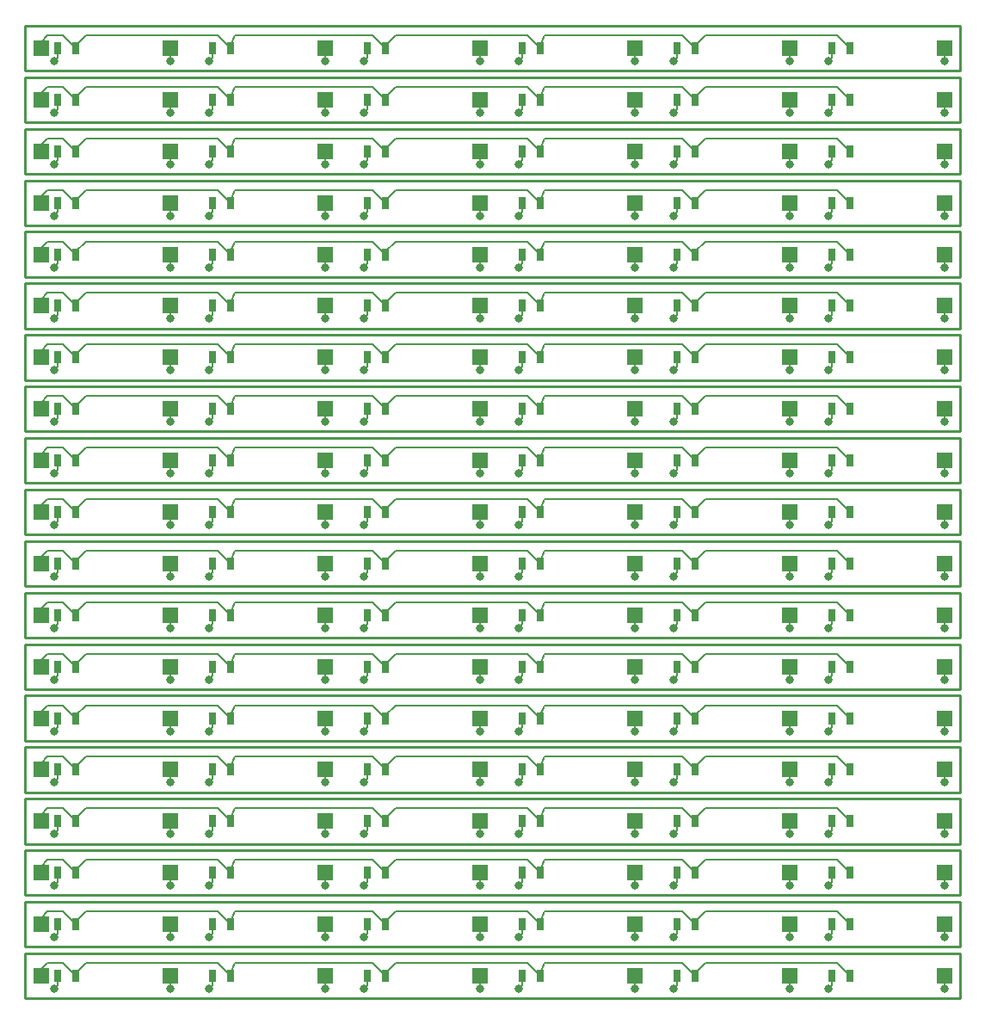
<source format=gbl>
G75*
G70*
%OFA0B0*%
%FSLAX25Y25*%
%IPPOS*%
%LPD*%
%AMOC8*
5,1,8,0,0,1.08239X$1,22.5*
%
%ADD11C,0.01000*%
%ADD14C,0.03170*%
%ADD15C,0.00600*%
%ADD17R,0.03150X0.04720*%
%ADD21R,0.05910X0.05910*%
X0010000Y0010000D02*
G75*
%LPD*%
D11*
X0010000Y0010000D02*
X0010000Y0027460D01*
X0372500Y0027460D01*
X0372500Y0010000D01*
X0010000Y0010000D01*
D17*
X0022710Y0018750D03*
X0029790Y0018750D03*
X0082710Y0018750D03*
X0089790Y0018750D03*
X0142710Y0018750D03*
X0149790Y0018750D03*
X0202710Y0018750D03*
X0209790Y0018750D03*
X0262710Y0018750D03*
X0269790Y0018750D03*
X0322710Y0018750D03*
X0329790Y0018750D03*
D21*
X0306250Y0018750D03*
X0246250Y0018750D03*
X0186250Y0018750D03*
X0126250Y0018750D03*
X0066250Y0018750D03*
X0016250Y0018750D03*
X0366250Y0018750D03*
D15*
X0366250Y0013750D01*
X0322710Y0015210D02*
X0321250Y0013750D01*
X0306250Y0013750D02*
X0306250Y0018750D01*
X0322710Y0018750D02*
X0322710Y0015210D01*
X0262710Y0015210D02*
X0261250Y0013750D01*
X0246250Y0013750D02*
X0246250Y0018750D01*
X0262710Y0018750D02*
X0262710Y0015210D01*
X0202710Y0015210D02*
X0201250Y0013750D01*
X0186250Y0013750D02*
X0186250Y0018750D01*
X0202710Y0018750D02*
X0202710Y0015210D01*
X0209790Y0018750D02*
X0209790Y0019790D01*
X0211250Y0023750D01*
X0264790Y0023750D01*
X0269790Y0018750D01*
X0269790Y0019790D01*
X0273750Y0023750D01*
X0324790Y0023750D01*
X0329790Y0018750D01*
X0209790Y0018750D02*
X0204790Y0023750D01*
X0153750Y0023750D01*
X0149790Y0019790D01*
X0149790Y0018750D01*
X0144790Y0023750D01*
X0091250Y0023750D01*
X0089790Y0019790D01*
X0089790Y0018750D01*
X0084790Y0023750D01*
X0033750Y0023750D01*
X0029790Y0019790D01*
X0029790Y0018750D01*
X0024790Y0023750D01*
X0018750Y0023750D01*
X0016250Y0021250D01*
X0016250Y0018750D01*
X0022710Y0018750D02*
X0022710Y0015210D01*
X0021250Y0013750D01*
X0066250Y0013750D02*
X0066250Y0018750D01*
X0082710Y0018750D02*
X0082710Y0015210D01*
X0081250Y0013750D01*
X0126250Y0013750D02*
X0126250Y0018750D01*
X0142710Y0018750D02*
X0142710Y0015210D01*
X0141250Y0013750D01*
D14*
X0141250Y0013750D03*
X0126250Y0013750D03*
X0081250Y0013750D03*
X0066250Y0013750D03*
X0021250Y0013750D03*
X0186250Y0013750D03*
X0201250Y0013750D03*
X0246250Y0013750D03*
X0261250Y0013750D03*
X0306250Y0013750D03*
X0321250Y0013750D03*
X0366250Y0013750D03*
X0010000Y0029960D02*
G75*
%LPD*%
D11*
X0010000Y0029960D02*
X0010000Y0047420D01*
X0372500Y0047420D01*
X0372500Y0029960D01*
X0010000Y0029960D01*
D17*
X0022710Y0038710D03*
X0029790Y0038710D03*
X0082710Y0038710D03*
X0089790Y0038710D03*
X0142710Y0038710D03*
X0149790Y0038710D03*
X0202710Y0038710D03*
X0209790Y0038710D03*
X0262710Y0038710D03*
X0269790Y0038710D03*
X0322710Y0038710D03*
X0329790Y0038710D03*
D21*
X0306250Y0038710D03*
X0246250Y0038710D03*
X0186250Y0038710D03*
X0126250Y0038710D03*
X0066250Y0038710D03*
X0016250Y0038710D03*
X0366250Y0038710D03*
D15*
X0366250Y0033710D01*
X0322710Y0035170D02*
X0321250Y0033710D01*
X0306250Y0033710D02*
X0306250Y0038710D01*
X0322710Y0038710D02*
X0322710Y0035170D01*
X0262710Y0035170D02*
X0261250Y0033710D01*
X0246250Y0033710D02*
X0246250Y0038710D01*
X0262710Y0038710D02*
X0262710Y0035170D01*
X0202710Y0035170D02*
X0201250Y0033710D01*
X0186250Y0033710D02*
X0186250Y0038710D01*
X0202710Y0038710D02*
X0202710Y0035170D01*
X0209790Y0038710D02*
X0209790Y0039750D01*
X0211250Y0043710D01*
X0264790Y0043710D01*
X0269790Y0038710D01*
X0269790Y0039750D01*
X0273750Y0043710D01*
X0324790Y0043710D01*
X0329790Y0038710D01*
X0209790Y0038710D02*
X0204790Y0043710D01*
X0153750Y0043710D01*
X0149790Y0039750D01*
X0149790Y0038710D01*
X0144790Y0043710D01*
X0091250Y0043710D01*
X0089790Y0039750D01*
X0089790Y0038710D01*
X0084790Y0043710D01*
X0033750Y0043710D01*
X0029790Y0039750D01*
X0029790Y0038710D01*
X0024790Y0043710D01*
X0018750Y0043710D01*
X0016250Y0041210D01*
X0016250Y0038710D01*
X0022710Y0038710D02*
X0022710Y0035170D01*
X0021250Y0033710D01*
X0066250Y0033710D02*
X0066250Y0038710D01*
X0082710Y0038710D02*
X0082710Y0035170D01*
X0081250Y0033710D01*
X0126250Y0033710D02*
X0126250Y0038710D01*
X0142710Y0038710D02*
X0142710Y0035170D01*
X0141250Y0033710D01*
D14*
X0141250Y0033710D03*
X0126250Y0033710D03*
X0081250Y0033710D03*
X0066250Y0033710D03*
X0021250Y0033710D03*
X0186250Y0033710D03*
X0201250Y0033710D03*
X0246250Y0033710D03*
X0261250Y0033710D03*
X0306250Y0033710D03*
X0321250Y0033710D03*
X0366250Y0033710D03*
X0010000Y0049920D02*
G75*
%LPD*%
D11*
X0010000Y0049920D02*
X0010000Y0067380D01*
X0372500Y0067380D01*
X0372500Y0049920D01*
X0010000Y0049920D01*
D17*
X0022710Y0058670D03*
X0029790Y0058670D03*
X0082710Y0058670D03*
X0089790Y0058670D03*
X0142710Y0058670D03*
X0149790Y0058670D03*
X0202710Y0058670D03*
X0209790Y0058670D03*
X0262710Y0058670D03*
X0269790Y0058670D03*
X0322710Y0058670D03*
X0329790Y0058670D03*
D21*
X0306250Y0058670D03*
X0246250Y0058670D03*
X0186250Y0058670D03*
X0126250Y0058670D03*
X0066250Y0058670D03*
X0016250Y0058670D03*
X0366250Y0058670D03*
D15*
X0366250Y0053670D01*
X0322710Y0055130D02*
X0321250Y0053670D01*
X0306250Y0053670D02*
X0306250Y0058670D01*
X0322710Y0058670D02*
X0322710Y0055130D01*
X0262710Y0055130D02*
X0261250Y0053670D01*
X0246250Y0053670D02*
X0246250Y0058670D01*
X0262710Y0058670D02*
X0262710Y0055130D01*
X0202710Y0055130D02*
X0201250Y0053670D01*
X0186250Y0053670D02*
X0186250Y0058670D01*
X0202710Y0058670D02*
X0202710Y0055130D01*
X0209790Y0058670D02*
X0209790Y0059710D01*
X0211250Y0063670D01*
X0264790Y0063670D01*
X0269790Y0058670D01*
X0269790Y0059710D01*
X0273750Y0063670D01*
X0324790Y0063670D01*
X0329790Y0058670D01*
X0209790Y0058670D02*
X0204790Y0063670D01*
X0153750Y0063670D01*
X0149790Y0059710D01*
X0149790Y0058670D01*
X0144790Y0063670D01*
X0091250Y0063670D01*
X0089790Y0059710D01*
X0089790Y0058670D01*
X0084790Y0063670D01*
X0033750Y0063670D01*
X0029790Y0059710D01*
X0029790Y0058670D01*
X0024790Y0063670D01*
X0018750Y0063670D01*
X0016250Y0061170D01*
X0016250Y0058670D01*
X0022710Y0058670D02*
X0022710Y0055130D01*
X0021250Y0053670D01*
X0066250Y0053670D02*
X0066250Y0058670D01*
X0082710Y0058670D02*
X0082710Y0055130D01*
X0081250Y0053670D01*
X0126250Y0053670D02*
X0126250Y0058670D01*
X0142710Y0058670D02*
X0142710Y0055130D01*
X0141250Y0053670D01*
D14*
X0141250Y0053670D03*
X0126250Y0053670D03*
X0081250Y0053670D03*
X0066250Y0053670D03*
X0021250Y0053670D03*
X0186250Y0053670D03*
X0201250Y0053670D03*
X0246250Y0053670D03*
X0261250Y0053670D03*
X0306250Y0053670D03*
X0321250Y0053670D03*
X0366250Y0053670D03*
X0010000Y0069880D02*
G75*
%LPD*%
D11*
X0010000Y0069880D02*
X0010000Y0087340D01*
X0372500Y0087340D01*
X0372500Y0069880D01*
X0010000Y0069880D01*
D17*
X0022710Y0078630D03*
X0029790Y0078630D03*
X0082710Y0078630D03*
X0089790Y0078630D03*
X0142710Y0078630D03*
X0149790Y0078630D03*
X0202710Y0078630D03*
X0209790Y0078630D03*
X0262710Y0078630D03*
X0269790Y0078630D03*
X0322710Y0078630D03*
X0329790Y0078630D03*
D21*
X0306250Y0078630D03*
X0246250Y0078630D03*
X0186250Y0078630D03*
X0126250Y0078630D03*
X0066250Y0078630D03*
X0016250Y0078630D03*
X0366250Y0078630D03*
D15*
X0366250Y0073630D01*
X0322710Y0075090D02*
X0321250Y0073630D01*
X0306250Y0073630D02*
X0306250Y0078630D01*
X0322710Y0078630D02*
X0322710Y0075090D01*
X0262710Y0075090D02*
X0261250Y0073630D01*
X0246250Y0073630D02*
X0246250Y0078630D01*
X0262710Y0078630D02*
X0262710Y0075090D01*
X0202710Y0075090D02*
X0201250Y0073630D01*
X0186250Y0073630D02*
X0186250Y0078630D01*
X0202710Y0078630D02*
X0202710Y0075090D01*
X0209790Y0078630D02*
X0209790Y0079670D01*
X0211250Y0083630D01*
X0264790Y0083630D01*
X0269790Y0078630D01*
X0269790Y0079670D01*
X0273750Y0083630D01*
X0324790Y0083630D01*
X0329790Y0078630D01*
X0209790Y0078630D02*
X0204790Y0083630D01*
X0153750Y0083630D01*
X0149790Y0079670D01*
X0149790Y0078630D01*
X0144790Y0083630D01*
X0091250Y0083630D01*
X0089790Y0079670D01*
X0089790Y0078630D01*
X0084790Y0083630D01*
X0033750Y0083630D01*
X0029790Y0079670D01*
X0029790Y0078630D01*
X0024790Y0083630D01*
X0018750Y0083630D01*
X0016250Y0081130D01*
X0016250Y0078630D01*
X0022710Y0078630D02*
X0022710Y0075090D01*
X0021250Y0073630D01*
X0066250Y0073630D02*
X0066250Y0078630D01*
X0082710Y0078630D02*
X0082710Y0075090D01*
X0081250Y0073630D01*
X0126250Y0073630D02*
X0126250Y0078630D01*
X0142710Y0078630D02*
X0142710Y0075090D01*
X0141250Y0073630D01*
D14*
X0141250Y0073630D03*
X0126250Y0073630D03*
X0081250Y0073630D03*
X0066250Y0073630D03*
X0021250Y0073630D03*
X0186250Y0073630D03*
X0201250Y0073630D03*
X0246250Y0073630D03*
X0261250Y0073630D03*
X0306250Y0073630D03*
X0321250Y0073630D03*
X0366250Y0073630D03*
X0010000Y0089840D02*
G75*
%LPD*%
D11*
X0010000Y0089840D02*
X0010000Y0107300D01*
X0372500Y0107300D01*
X0372500Y0089840D01*
X0010000Y0089840D01*
D17*
X0022710Y0098590D03*
X0029790Y0098590D03*
X0082710Y0098590D03*
X0089790Y0098590D03*
X0142710Y0098590D03*
X0149790Y0098590D03*
X0202710Y0098590D03*
X0209790Y0098590D03*
X0262710Y0098590D03*
X0269790Y0098590D03*
X0322710Y0098590D03*
X0329790Y0098590D03*
D21*
X0306250Y0098590D03*
X0246250Y0098590D03*
X0186250Y0098590D03*
X0126250Y0098590D03*
X0066250Y0098590D03*
X0016250Y0098590D03*
X0366250Y0098590D03*
D15*
X0366250Y0093590D01*
X0322710Y0095050D02*
X0321250Y0093590D01*
X0306250Y0093590D02*
X0306250Y0098590D01*
X0322710Y0098590D02*
X0322710Y0095050D01*
X0262710Y0095050D02*
X0261250Y0093590D01*
X0246250Y0093590D02*
X0246250Y0098590D01*
X0262710Y0098590D02*
X0262710Y0095050D01*
X0202710Y0095050D02*
X0201250Y0093590D01*
X0186250Y0093590D02*
X0186250Y0098590D01*
X0202710Y0098590D02*
X0202710Y0095050D01*
X0209790Y0098590D02*
X0209790Y0099630D01*
X0211250Y0103590D01*
X0264790Y0103590D01*
X0269790Y0098590D01*
X0269790Y0099630D01*
X0273750Y0103590D01*
X0324790Y0103590D01*
X0329790Y0098590D01*
X0209790Y0098590D02*
X0204790Y0103590D01*
X0153750Y0103590D01*
X0149790Y0099630D01*
X0149790Y0098590D01*
X0144790Y0103590D01*
X0091250Y0103590D01*
X0089790Y0099630D01*
X0089790Y0098590D01*
X0084790Y0103590D01*
X0033750Y0103590D01*
X0029790Y0099630D01*
X0029790Y0098590D01*
X0024790Y0103590D01*
X0018750Y0103590D01*
X0016250Y0101090D01*
X0016250Y0098590D01*
X0022710Y0098590D02*
X0022710Y0095050D01*
X0021250Y0093590D01*
X0066250Y0093590D02*
X0066250Y0098590D01*
X0082710Y0098590D02*
X0082710Y0095050D01*
X0081250Y0093590D01*
X0126250Y0093590D02*
X0126250Y0098590D01*
X0142710Y0098590D02*
X0142710Y0095050D01*
X0141250Y0093590D01*
D14*
X0141250Y0093590D03*
X0126250Y0093590D03*
X0081250Y0093590D03*
X0066250Y0093590D03*
X0021250Y0093590D03*
X0186250Y0093590D03*
X0201250Y0093590D03*
X0246250Y0093590D03*
X0261250Y0093590D03*
X0306250Y0093590D03*
X0321250Y0093590D03*
X0366250Y0093590D03*
X0010000Y0109800D02*
G75*
%LPD*%
D11*
X0010000Y0109800D02*
X0010000Y0127260D01*
X0372500Y0127260D01*
X0372500Y0109800D01*
X0010000Y0109800D01*
D17*
X0022710Y0118550D03*
X0029790Y0118550D03*
X0082710Y0118550D03*
X0089790Y0118550D03*
X0142710Y0118550D03*
X0149790Y0118550D03*
X0202710Y0118550D03*
X0209790Y0118550D03*
X0262710Y0118550D03*
X0269790Y0118550D03*
X0322710Y0118550D03*
X0329790Y0118550D03*
D21*
X0306250Y0118550D03*
X0246250Y0118550D03*
X0186250Y0118550D03*
X0126250Y0118550D03*
X0066250Y0118550D03*
X0016250Y0118550D03*
X0366250Y0118550D03*
D15*
X0366250Y0113550D01*
X0322710Y0115010D02*
X0321250Y0113550D01*
X0306250Y0113550D02*
X0306250Y0118550D01*
X0322710Y0118550D02*
X0322710Y0115010D01*
X0262710Y0115010D02*
X0261250Y0113550D01*
X0246250Y0113550D02*
X0246250Y0118550D01*
X0262710Y0118550D02*
X0262710Y0115010D01*
X0202710Y0115010D02*
X0201250Y0113550D01*
X0186250Y0113550D02*
X0186250Y0118550D01*
X0202710Y0118550D02*
X0202710Y0115010D01*
X0209790Y0118550D02*
X0209790Y0119590D01*
X0211250Y0123550D01*
X0264790Y0123550D01*
X0269790Y0118550D01*
X0269790Y0119590D01*
X0273750Y0123550D01*
X0324790Y0123550D01*
X0329790Y0118550D01*
X0209790Y0118550D02*
X0204790Y0123550D01*
X0153750Y0123550D01*
X0149790Y0119590D01*
X0149790Y0118550D01*
X0144790Y0123550D01*
X0091250Y0123550D01*
X0089790Y0119590D01*
X0089790Y0118550D01*
X0084790Y0123550D01*
X0033750Y0123550D01*
X0029790Y0119590D01*
X0029790Y0118550D01*
X0024790Y0123550D01*
X0018750Y0123550D01*
X0016250Y0121050D01*
X0016250Y0118550D01*
X0022710Y0118550D02*
X0022710Y0115010D01*
X0021250Y0113550D01*
X0066250Y0113550D02*
X0066250Y0118550D01*
X0082710Y0118550D02*
X0082710Y0115010D01*
X0081250Y0113550D01*
X0126250Y0113550D02*
X0126250Y0118550D01*
X0142710Y0118550D02*
X0142710Y0115010D01*
X0141250Y0113550D01*
D14*
X0141250Y0113550D03*
X0126250Y0113550D03*
X0081250Y0113550D03*
X0066250Y0113550D03*
X0021250Y0113550D03*
X0186250Y0113550D03*
X0201250Y0113550D03*
X0246250Y0113550D03*
X0261250Y0113550D03*
X0306250Y0113550D03*
X0321250Y0113550D03*
X0366250Y0113550D03*
X0010000Y0129760D02*
G75*
%LPD*%
D11*
X0010000Y0129760D02*
X0010000Y0147220D01*
X0372500Y0147220D01*
X0372500Y0129760D01*
X0010000Y0129760D01*
D17*
X0022710Y0138510D03*
X0029790Y0138510D03*
X0082710Y0138510D03*
X0089790Y0138510D03*
X0142710Y0138510D03*
X0149790Y0138510D03*
X0202710Y0138510D03*
X0209790Y0138510D03*
X0262710Y0138510D03*
X0269790Y0138510D03*
X0322710Y0138510D03*
X0329790Y0138510D03*
D21*
X0306250Y0138510D03*
X0246250Y0138510D03*
X0186250Y0138510D03*
X0126250Y0138510D03*
X0066250Y0138510D03*
X0016250Y0138510D03*
X0366250Y0138510D03*
D15*
X0366250Y0133510D01*
X0322710Y0134970D02*
X0321250Y0133510D01*
X0306250Y0133510D02*
X0306250Y0138510D01*
X0322710Y0138510D02*
X0322710Y0134970D01*
X0262710Y0134970D02*
X0261250Y0133510D01*
X0246250Y0133510D02*
X0246250Y0138510D01*
X0262710Y0138510D02*
X0262710Y0134970D01*
X0202710Y0134970D02*
X0201250Y0133510D01*
X0186250Y0133510D02*
X0186250Y0138510D01*
X0202710Y0138510D02*
X0202710Y0134970D01*
X0209790Y0138510D02*
X0209790Y0139550D01*
X0211250Y0143510D01*
X0264790Y0143510D01*
X0269790Y0138510D01*
X0269790Y0139550D01*
X0273750Y0143510D01*
X0324790Y0143510D01*
X0329790Y0138510D01*
X0209790Y0138510D02*
X0204790Y0143510D01*
X0153750Y0143510D01*
X0149790Y0139550D01*
X0149790Y0138510D01*
X0144790Y0143510D01*
X0091250Y0143510D01*
X0089790Y0139550D01*
X0089790Y0138510D01*
X0084790Y0143510D01*
X0033750Y0143510D01*
X0029790Y0139550D01*
X0029790Y0138510D01*
X0024790Y0143510D01*
X0018750Y0143510D01*
X0016250Y0141010D01*
X0016250Y0138510D01*
X0022710Y0138510D02*
X0022710Y0134970D01*
X0021250Y0133510D01*
X0066250Y0133510D02*
X0066250Y0138510D01*
X0082710Y0138510D02*
X0082710Y0134970D01*
X0081250Y0133510D01*
X0126250Y0133510D02*
X0126250Y0138510D01*
X0142710Y0138510D02*
X0142710Y0134970D01*
X0141250Y0133510D01*
D14*
X0141250Y0133510D03*
X0126250Y0133510D03*
X0081250Y0133510D03*
X0066250Y0133510D03*
X0021250Y0133510D03*
X0186250Y0133510D03*
X0201250Y0133510D03*
X0246250Y0133510D03*
X0261250Y0133510D03*
X0306250Y0133510D03*
X0321250Y0133510D03*
X0366250Y0133510D03*
X0010000Y0149720D02*
G75*
%LPD*%
D11*
X0010000Y0149720D02*
X0010000Y0167180D01*
X0372500Y0167180D01*
X0372500Y0149720D01*
X0010000Y0149720D01*
D17*
X0022710Y0158470D03*
X0029790Y0158470D03*
X0082710Y0158470D03*
X0089790Y0158470D03*
X0142710Y0158470D03*
X0149790Y0158470D03*
X0202710Y0158470D03*
X0209790Y0158470D03*
X0262710Y0158470D03*
X0269790Y0158470D03*
X0322710Y0158470D03*
X0329790Y0158470D03*
D21*
X0306250Y0158470D03*
X0246250Y0158470D03*
X0186250Y0158470D03*
X0126250Y0158470D03*
X0066250Y0158470D03*
X0016250Y0158470D03*
X0366250Y0158470D03*
D15*
X0366250Y0153470D01*
X0322710Y0154930D02*
X0321250Y0153470D01*
X0306250Y0153470D02*
X0306250Y0158470D01*
X0322710Y0158470D02*
X0322710Y0154930D01*
X0262710Y0154930D02*
X0261250Y0153470D01*
X0246250Y0153470D02*
X0246250Y0158470D01*
X0262710Y0158470D02*
X0262710Y0154930D01*
X0202710Y0154930D02*
X0201250Y0153470D01*
X0186250Y0153470D02*
X0186250Y0158470D01*
X0202710Y0158470D02*
X0202710Y0154930D01*
X0209790Y0158470D02*
X0209790Y0159510D01*
X0211250Y0163470D01*
X0264790Y0163470D01*
X0269790Y0158470D01*
X0269790Y0159510D01*
X0273750Y0163470D01*
X0324790Y0163470D01*
X0329790Y0158470D01*
X0209790Y0158470D02*
X0204790Y0163470D01*
X0153750Y0163470D01*
X0149790Y0159510D01*
X0149790Y0158470D01*
X0144790Y0163470D01*
X0091250Y0163470D01*
X0089790Y0159510D01*
X0089790Y0158470D01*
X0084790Y0163470D01*
X0033750Y0163470D01*
X0029790Y0159510D01*
X0029790Y0158470D01*
X0024790Y0163470D01*
X0018750Y0163470D01*
X0016250Y0160970D01*
X0016250Y0158470D01*
X0022710Y0158470D02*
X0022710Y0154930D01*
X0021250Y0153470D01*
X0066250Y0153470D02*
X0066250Y0158470D01*
X0082710Y0158470D02*
X0082710Y0154930D01*
X0081250Y0153470D01*
X0126250Y0153470D02*
X0126250Y0158470D01*
X0142710Y0158470D02*
X0142710Y0154930D01*
X0141250Y0153470D01*
D14*
X0141250Y0153470D03*
X0126250Y0153470D03*
X0081250Y0153470D03*
X0066250Y0153470D03*
X0021250Y0153470D03*
X0186250Y0153470D03*
X0201250Y0153470D03*
X0246250Y0153470D03*
X0261250Y0153470D03*
X0306250Y0153470D03*
X0321250Y0153470D03*
X0366250Y0153470D03*
X0010000Y0169680D02*
G75*
%LPD*%
D11*
X0010000Y0169680D02*
X0010000Y0187140D01*
X0372500Y0187140D01*
X0372500Y0169680D01*
X0010000Y0169680D01*
D17*
X0022710Y0178430D03*
X0029790Y0178430D03*
X0082710Y0178430D03*
X0089790Y0178430D03*
X0142710Y0178430D03*
X0149790Y0178430D03*
X0202710Y0178430D03*
X0209790Y0178430D03*
X0262710Y0178430D03*
X0269790Y0178430D03*
X0322710Y0178430D03*
X0329790Y0178430D03*
D21*
X0306250Y0178430D03*
X0246250Y0178430D03*
X0186250Y0178430D03*
X0126250Y0178430D03*
X0066250Y0178430D03*
X0016250Y0178430D03*
X0366250Y0178430D03*
D15*
X0366250Y0173430D01*
X0322710Y0174890D02*
X0321250Y0173430D01*
X0306250Y0173430D02*
X0306250Y0178430D01*
X0322710Y0178430D02*
X0322710Y0174890D01*
X0262710Y0174890D02*
X0261250Y0173430D01*
X0246250Y0173430D02*
X0246250Y0178430D01*
X0262710Y0178430D02*
X0262710Y0174890D01*
X0202710Y0174890D02*
X0201250Y0173430D01*
X0186250Y0173430D02*
X0186250Y0178430D01*
X0202710Y0178430D02*
X0202710Y0174890D01*
X0209790Y0178430D02*
X0209790Y0179470D01*
X0211250Y0183430D01*
X0264790Y0183430D01*
X0269790Y0178430D01*
X0269790Y0179470D01*
X0273750Y0183430D01*
X0324790Y0183430D01*
X0329790Y0178430D01*
X0209790Y0178430D02*
X0204790Y0183430D01*
X0153750Y0183430D01*
X0149790Y0179470D01*
X0149790Y0178430D01*
X0144790Y0183430D01*
X0091250Y0183430D01*
X0089790Y0179470D01*
X0089790Y0178430D01*
X0084790Y0183430D01*
X0033750Y0183430D01*
X0029790Y0179470D01*
X0029790Y0178430D01*
X0024790Y0183430D01*
X0018750Y0183430D01*
X0016250Y0180930D01*
X0016250Y0178430D01*
X0022710Y0178430D02*
X0022710Y0174890D01*
X0021250Y0173430D01*
X0066250Y0173430D02*
X0066250Y0178430D01*
X0082710Y0178430D02*
X0082710Y0174890D01*
X0081250Y0173430D01*
X0126250Y0173430D02*
X0126250Y0178430D01*
X0142710Y0178430D02*
X0142710Y0174890D01*
X0141250Y0173430D01*
D14*
X0141250Y0173430D03*
X0126250Y0173430D03*
X0081250Y0173430D03*
X0066250Y0173430D03*
X0021250Y0173430D03*
X0186250Y0173430D03*
X0201250Y0173430D03*
X0246250Y0173430D03*
X0261250Y0173430D03*
X0306250Y0173430D03*
X0321250Y0173430D03*
X0366250Y0173430D03*
X0010000Y0189640D02*
G75*
%LPD*%
D11*
X0010000Y0189640D02*
X0010000Y0207100D01*
X0372500Y0207100D01*
X0372500Y0189640D01*
X0010000Y0189640D01*
D17*
X0022710Y0198390D03*
X0029790Y0198390D03*
X0082710Y0198390D03*
X0089790Y0198390D03*
X0142710Y0198390D03*
X0149790Y0198390D03*
X0202710Y0198390D03*
X0209790Y0198390D03*
X0262710Y0198390D03*
X0269790Y0198390D03*
X0322710Y0198390D03*
X0329790Y0198390D03*
D21*
X0306250Y0198390D03*
X0246250Y0198390D03*
X0186250Y0198390D03*
X0126250Y0198390D03*
X0066250Y0198390D03*
X0016250Y0198390D03*
X0366250Y0198390D03*
D15*
X0366250Y0193390D01*
X0322710Y0194850D02*
X0321250Y0193390D01*
X0306250Y0193390D02*
X0306250Y0198390D01*
X0322710Y0198390D02*
X0322710Y0194850D01*
X0262710Y0194850D02*
X0261250Y0193390D01*
X0246250Y0193390D02*
X0246250Y0198390D01*
X0262710Y0198390D02*
X0262710Y0194850D01*
X0202710Y0194850D02*
X0201250Y0193390D01*
X0186250Y0193390D02*
X0186250Y0198390D01*
X0202710Y0198390D02*
X0202710Y0194850D01*
X0209790Y0198390D02*
X0209790Y0199430D01*
X0211250Y0203390D01*
X0264790Y0203390D01*
X0269790Y0198390D01*
X0269790Y0199430D01*
X0273750Y0203390D01*
X0324790Y0203390D01*
X0329790Y0198390D01*
X0209790Y0198390D02*
X0204790Y0203390D01*
X0153750Y0203390D01*
X0149790Y0199430D01*
X0149790Y0198390D01*
X0144790Y0203390D01*
X0091250Y0203390D01*
X0089790Y0199430D01*
X0089790Y0198390D01*
X0084790Y0203390D01*
X0033750Y0203390D01*
X0029790Y0199430D01*
X0029790Y0198390D01*
X0024790Y0203390D01*
X0018750Y0203390D01*
X0016250Y0200890D01*
X0016250Y0198390D01*
X0022710Y0198390D02*
X0022710Y0194850D01*
X0021250Y0193390D01*
X0066250Y0193390D02*
X0066250Y0198390D01*
X0082710Y0198390D02*
X0082710Y0194850D01*
X0081250Y0193390D01*
X0126250Y0193390D02*
X0126250Y0198390D01*
X0142710Y0198390D02*
X0142710Y0194850D01*
X0141250Y0193390D01*
D14*
X0141250Y0193390D03*
X0126250Y0193390D03*
X0081250Y0193390D03*
X0066250Y0193390D03*
X0021250Y0193390D03*
X0186250Y0193390D03*
X0201250Y0193390D03*
X0246250Y0193390D03*
X0261250Y0193390D03*
X0306250Y0193390D03*
X0321250Y0193390D03*
X0366250Y0193390D03*
X0010000Y0209600D02*
G75*
%LPD*%
D11*
X0010000Y0209600D02*
X0010000Y0227060D01*
X0372500Y0227060D01*
X0372500Y0209600D01*
X0010000Y0209600D01*
D17*
X0022710Y0218350D03*
X0029790Y0218350D03*
X0082710Y0218350D03*
X0089790Y0218350D03*
X0142710Y0218350D03*
X0149790Y0218350D03*
X0202710Y0218350D03*
X0209790Y0218350D03*
X0262710Y0218350D03*
X0269790Y0218350D03*
X0322710Y0218350D03*
X0329790Y0218350D03*
D21*
X0306250Y0218350D03*
X0246250Y0218350D03*
X0186250Y0218350D03*
X0126250Y0218350D03*
X0066250Y0218350D03*
X0016250Y0218350D03*
X0366250Y0218350D03*
D15*
X0366250Y0213350D01*
X0322710Y0214810D02*
X0321250Y0213350D01*
X0306250Y0213350D02*
X0306250Y0218350D01*
X0322710Y0218350D02*
X0322710Y0214810D01*
X0262710Y0214810D02*
X0261250Y0213350D01*
X0246250Y0213350D02*
X0246250Y0218350D01*
X0262710Y0218350D02*
X0262710Y0214810D01*
X0202710Y0214810D02*
X0201250Y0213350D01*
X0186250Y0213350D02*
X0186250Y0218350D01*
X0202710Y0218350D02*
X0202710Y0214810D01*
X0209790Y0218350D02*
X0209790Y0219390D01*
X0211250Y0223350D01*
X0264790Y0223350D01*
X0269790Y0218350D01*
X0269790Y0219390D01*
X0273750Y0223350D01*
X0324790Y0223350D01*
X0329790Y0218350D01*
X0209790Y0218350D02*
X0204790Y0223350D01*
X0153750Y0223350D01*
X0149790Y0219390D01*
X0149790Y0218350D01*
X0144790Y0223350D01*
X0091250Y0223350D01*
X0089790Y0219390D01*
X0089790Y0218350D01*
X0084790Y0223350D01*
X0033750Y0223350D01*
X0029790Y0219390D01*
X0029790Y0218350D01*
X0024790Y0223350D01*
X0018750Y0223350D01*
X0016250Y0220850D01*
X0016250Y0218350D01*
X0022710Y0218350D02*
X0022710Y0214810D01*
X0021250Y0213350D01*
X0066250Y0213350D02*
X0066250Y0218350D01*
X0082710Y0218350D02*
X0082710Y0214810D01*
X0081250Y0213350D01*
X0126250Y0213350D02*
X0126250Y0218350D01*
X0142710Y0218350D02*
X0142710Y0214810D01*
X0141250Y0213350D01*
D14*
X0141250Y0213350D03*
X0126250Y0213350D03*
X0081250Y0213350D03*
X0066250Y0213350D03*
X0021250Y0213350D03*
X0186250Y0213350D03*
X0201250Y0213350D03*
X0246250Y0213350D03*
X0261250Y0213350D03*
X0306250Y0213350D03*
X0321250Y0213350D03*
X0366250Y0213350D03*
X0010000Y0229560D02*
G75*
%LPD*%
D11*
X0010000Y0229560D02*
X0010000Y0247020D01*
X0372500Y0247020D01*
X0372500Y0229560D01*
X0010000Y0229560D01*
D17*
X0022710Y0238310D03*
X0029790Y0238310D03*
X0082710Y0238310D03*
X0089790Y0238310D03*
X0142710Y0238310D03*
X0149790Y0238310D03*
X0202710Y0238310D03*
X0209790Y0238310D03*
X0262710Y0238310D03*
X0269790Y0238310D03*
X0322710Y0238310D03*
X0329790Y0238310D03*
D21*
X0306250Y0238310D03*
X0246250Y0238310D03*
X0186250Y0238310D03*
X0126250Y0238310D03*
X0066250Y0238310D03*
X0016250Y0238310D03*
X0366250Y0238310D03*
D15*
X0366250Y0233310D01*
X0322710Y0234770D02*
X0321250Y0233310D01*
X0306250Y0233310D02*
X0306250Y0238310D01*
X0322710Y0238310D02*
X0322710Y0234770D01*
X0262710Y0234770D02*
X0261250Y0233310D01*
X0246250Y0233310D02*
X0246250Y0238310D01*
X0262710Y0238310D02*
X0262710Y0234770D01*
X0202710Y0234770D02*
X0201250Y0233310D01*
X0186250Y0233310D02*
X0186250Y0238310D01*
X0202710Y0238310D02*
X0202710Y0234770D01*
X0209790Y0238310D02*
X0209790Y0239350D01*
X0211250Y0243310D01*
X0264790Y0243310D01*
X0269790Y0238310D01*
X0269790Y0239350D01*
X0273750Y0243310D01*
X0324790Y0243310D01*
X0329790Y0238310D01*
X0209790Y0238310D02*
X0204790Y0243310D01*
X0153750Y0243310D01*
X0149790Y0239350D01*
X0149790Y0238310D01*
X0144790Y0243310D01*
X0091250Y0243310D01*
X0089790Y0239350D01*
X0089790Y0238310D01*
X0084790Y0243310D01*
X0033750Y0243310D01*
X0029790Y0239350D01*
X0029790Y0238310D01*
X0024790Y0243310D01*
X0018750Y0243310D01*
X0016250Y0240810D01*
X0016250Y0238310D01*
X0022710Y0238310D02*
X0022710Y0234770D01*
X0021250Y0233310D01*
X0066250Y0233310D02*
X0066250Y0238310D01*
X0082710Y0238310D02*
X0082710Y0234770D01*
X0081250Y0233310D01*
X0126250Y0233310D02*
X0126250Y0238310D01*
X0142710Y0238310D02*
X0142710Y0234770D01*
X0141250Y0233310D01*
D14*
X0141250Y0233310D03*
X0126250Y0233310D03*
X0081250Y0233310D03*
X0066250Y0233310D03*
X0021250Y0233310D03*
X0186250Y0233310D03*
X0201250Y0233310D03*
X0246250Y0233310D03*
X0261250Y0233310D03*
X0306250Y0233310D03*
X0321250Y0233310D03*
X0366250Y0233310D03*
X0010000Y0249520D02*
G75*
%LPD*%
D11*
X0010000Y0249520D02*
X0010000Y0266980D01*
X0372500Y0266980D01*
X0372500Y0249520D01*
X0010000Y0249520D01*
D17*
X0022710Y0258270D03*
X0029790Y0258270D03*
X0082710Y0258270D03*
X0089790Y0258270D03*
X0142710Y0258270D03*
X0149790Y0258270D03*
X0202710Y0258270D03*
X0209790Y0258270D03*
X0262710Y0258270D03*
X0269790Y0258270D03*
X0322710Y0258270D03*
X0329790Y0258270D03*
D21*
X0306250Y0258270D03*
X0246250Y0258270D03*
X0186250Y0258270D03*
X0126250Y0258270D03*
X0066250Y0258270D03*
X0016250Y0258270D03*
X0366250Y0258270D03*
D15*
X0366250Y0253270D01*
X0322710Y0254730D02*
X0321250Y0253270D01*
X0306250Y0253270D02*
X0306250Y0258270D01*
X0322710Y0258270D02*
X0322710Y0254730D01*
X0262710Y0254730D02*
X0261250Y0253270D01*
X0246250Y0253270D02*
X0246250Y0258270D01*
X0262710Y0258270D02*
X0262710Y0254730D01*
X0202710Y0254730D02*
X0201250Y0253270D01*
X0186250Y0253270D02*
X0186250Y0258270D01*
X0202710Y0258270D02*
X0202710Y0254730D01*
X0209790Y0258270D02*
X0209790Y0259310D01*
X0211250Y0263270D01*
X0264790Y0263270D01*
X0269790Y0258270D01*
X0269790Y0259310D01*
X0273750Y0263270D01*
X0324790Y0263270D01*
X0329790Y0258270D01*
X0209790Y0258270D02*
X0204790Y0263270D01*
X0153750Y0263270D01*
X0149790Y0259310D01*
X0149790Y0258270D01*
X0144790Y0263270D01*
X0091250Y0263270D01*
X0089790Y0259310D01*
X0089790Y0258270D01*
X0084790Y0263270D01*
X0033750Y0263270D01*
X0029790Y0259310D01*
X0029790Y0258270D01*
X0024790Y0263270D01*
X0018750Y0263270D01*
X0016250Y0260770D01*
X0016250Y0258270D01*
X0022710Y0258270D02*
X0022710Y0254730D01*
X0021250Y0253270D01*
X0066250Y0253270D02*
X0066250Y0258270D01*
X0082710Y0258270D02*
X0082710Y0254730D01*
X0081250Y0253270D01*
X0126250Y0253270D02*
X0126250Y0258270D01*
X0142710Y0258270D02*
X0142710Y0254730D01*
X0141250Y0253270D01*
D14*
X0141250Y0253270D03*
X0126250Y0253270D03*
X0081250Y0253270D03*
X0066250Y0253270D03*
X0021250Y0253270D03*
X0186250Y0253270D03*
X0201250Y0253270D03*
X0246250Y0253270D03*
X0261250Y0253270D03*
X0306250Y0253270D03*
X0321250Y0253270D03*
X0366250Y0253270D03*
X0010000Y0269480D02*
G75*
%LPD*%
D11*
X0010000Y0269480D02*
X0010000Y0286940D01*
X0372500Y0286940D01*
X0372500Y0269480D01*
X0010000Y0269480D01*
D17*
X0022710Y0278230D03*
X0029790Y0278230D03*
X0082710Y0278230D03*
X0089790Y0278230D03*
X0142710Y0278230D03*
X0149790Y0278230D03*
X0202710Y0278230D03*
X0209790Y0278230D03*
X0262710Y0278230D03*
X0269790Y0278230D03*
X0322710Y0278230D03*
X0329790Y0278230D03*
D21*
X0306250Y0278230D03*
X0246250Y0278230D03*
X0186250Y0278230D03*
X0126250Y0278230D03*
X0066250Y0278230D03*
X0016250Y0278230D03*
X0366250Y0278230D03*
D15*
X0366250Y0273230D01*
X0322710Y0274690D02*
X0321250Y0273230D01*
X0306250Y0273230D02*
X0306250Y0278230D01*
X0322710Y0278230D02*
X0322710Y0274690D01*
X0262710Y0274690D02*
X0261250Y0273230D01*
X0246250Y0273230D02*
X0246250Y0278230D01*
X0262710Y0278230D02*
X0262710Y0274690D01*
X0202710Y0274690D02*
X0201250Y0273230D01*
X0186250Y0273230D02*
X0186250Y0278230D01*
X0202710Y0278230D02*
X0202710Y0274690D01*
X0209790Y0278230D02*
X0209790Y0279270D01*
X0211250Y0283230D01*
X0264790Y0283230D01*
X0269790Y0278230D01*
X0269790Y0279270D01*
X0273750Y0283230D01*
X0324790Y0283230D01*
X0329790Y0278230D01*
X0209790Y0278230D02*
X0204790Y0283230D01*
X0153750Y0283230D01*
X0149790Y0279270D01*
X0149790Y0278230D01*
X0144790Y0283230D01*
X0091250Y0283230D01*
X0089790Y0279270D01*
X0089790Y0278230D01*
X0084790Y0283230D01*
X0033750Y0283230D01*
X0029790Y0279270D01*
X0029790Y0278230D01*
X0024790Y0283230D01*
X0018750Y0283230D01*
X0016250Y0280730D01*
X0016250Y0278230D01*
X0022710Y0278230D02*
X0022710Y0274690D01*
X0021250Y0273230D01*
X0066250Y0273230D02*
X0066250Y0278230D01*
X0082710Y0278230D02*
X0082710Y0274690D01*
X0081250Y0273230D01*
X0126250Y0273230D02*
X0126250Y0278230D01*
X0142710Y0278230D02*
X0142710Y0274690D01*
X0141250Y0273230D01*
D14*
X0141250Y0273230D03*
X0126250Y0273230D03*
X0081250Y0273230D03*
X0066250Y0273230D03*
X0021250Y0273230D03*
X0186250Y0273230D03*
X0201250Y0273230D03*
X0246250Y0273230D03*
X0261250Y0273230D03*
X0306250Y0273230D03*
X0321250Y0273230D03*
X0366250Y0273230D03*
X0010000Y0289440D02*
G75*
%LPD*%
D11*
X0010000Y0289440D02*
X0010000Y0306900D01*
X0372500Y0306900D01*
X0372500Y0289440D01*
X0010000Y0289440D01*
D17*
X0022710Y0298190D03*
X0029790Y0298190D03*
X0082710Y0298190D03*
X0089790Y0298190D03*
X0142710Y0298190D03*
X0149790Y0298190D03*
X0202710Y0298190D03*
X0209790Y0298190D03*
X0262710Y0298190D03*
X0269790Y0298190D03*
X0322710Y0298190D03*
X0329790Y0298190D03*
D21*
X0306250Y0298190D03*
X0246250Y0298190D03*
X0186250Y0298190D03*
X0126250Y0298190D03*
X0066250Y0298190D03*
X0016250Y0298190D03*
X0366250Y0298190D03*
D15*
X0366250Y0293190D01*
X0322710Y0294650D02*
X0321250Y0293190D01*
X0306250Y0293190D02*
X0306250Y0298190D01*
X0322710Y0298190D02*
X0322710Y0294650D01*
X0262710Y0294650D02*
X0261250Y0293190D01*
X0246250Y0293190D02*
X0246250Y0298190D01*
X0262710Y0298190D02*
X0262710Y0294650D01*
X0202710Y0294650D02*
X0201250Y0293190D01*
X0186250Y0293190D02*
X0186250Y0298190D01*
X0202710Y0298190D02*
X0202710Y0294650D01*
X0209790Y0298190D02*
X0209790Y0299230D01*
X0211250Y0303190D01*
X0264790Y0303190D01*
X0269790Y0298190D01*
X0269790Y0299230D01*
X0273750Y0303190D01*
X0324790Y0303190D01*
X0329790Y0298190D01*
X0209790Y0298190D02*
X0204790Y0303190D01*
X0153750Y0303190D01*
X0149790Y0299230D01*
X0149790Y0298190D01*
X0144790Y0303190D01*
X0091250Y0303190D01*
X0089790Y0299230D01*
X0089790Y0298190D01*
X0084790Y0303190D01*
X0033750Y0303190D01*
X0029790Y0299230D01*
X0029790Y0298190D01*
X0024790Y0303190D01*
X0018750Y0303190D01*
X0016250Y0300690D01*
X0016250Y0298190D01*
X0022710Y0298190D02*
X0022710Y0294650D01*
X0021250Y0293190D01*
X0066250Y0293190D02*
X0066250Y0298190D01*
X0082710Y0298190D02*
X0082710Y0294650D01*
X0081250Y0293190D01*
X0126250Y0293190D02*
X0126250Y0298190D01*
X0142710Y0298190D02*
X0142710Y0294650D01*
X0141250Y0293190D01*
D14*
X0141250Y0293190D03*
X0126250Y0293190D03*
X0081250Y0293190D03*
X0066250Y0293190D03*
X0021250Y0293190D03*
X0186250Y0293190D03*
X0201250Y0293190D03*
X0246250Y0293190D03*
X0261250Y0293190D03*
X0306250Y0293190D03*
X0321250Y0293190D03*
X0366250Y0293190D03*
X0010000Y0309400D02*
G75*
%LPD*%
D11*
X0010000Y0309400D02*
X0010000Y0326860D01*
X0372500Y0326860D01*
X0372500Y0309400D01*
X0010000Y0309400D01*
D17*
X0022710Y0318150D03*
X0029790Y0318150D03*
X0082710Y0318150D03*
X0089790Y0318150D03*
X0142710Y0318150D03*
X0149790Y0318150D03*
X0202710Y0318150D03*
X0209790Y0318150D03*
X0262710Y0318150D03*
X0269790Y0318150D03*
X0322710Y0318150D03*
X0329790Y0318150D03*
D21*
X0306250Y0318150D03*
X0246250Y0318150D03*
X0186250Y0318150D03*
X0126250Y0318150D03*
X0066250Y0318150D03*
X0016250Y0318150D03*
X0366250Y0318150D03*
D15*
X0366250Y0313150D01*
X0322710Y0314610D02*
X0321250Y0313150D01*
X0306250Y0313150D02*
X0306250Y0318150D01*
X0322710Y0318150D02*
X0322710Y0314610D01*
X0262710Y0314610D02*
X0261250Y0313150D01*
X0246250Y0313150D02*
X0246250Y0318150D01*
X0262710Y0318150D02*
X0262710Y0314610D01*
X0202710Y0314610D02*
X0201250Y0313150D01*
X0186250Y0313150D02*
X0186250Y0318150D01*
X0202710Y0318150D02*
X0202710Y0314610D01*
X0209790Y0318150D02*
X0209790Y0319190D01*
X0211250Y0323150D01*
X0264790Y0323150D01*
X0269790Y0318150D01*
X0269790Y0319190D01*
X0273750Y0323150D01*
X0324790Y0323150D01*
X0329790Y0318150D01*
X0209790Y0318150D02*
X0204790Y0323150D01*
X0153750Y0323150D01*
X0149790Y0319190D01*
X0149790Y0318150D01*
X0144790Y0323150D01*
X0091250Y0323150D01*
X0089790Y0319190D01*
X0089790Y0318150D01*
X0084790Y0323150D01*
X0033750Y0323150D01*
X0029790Y0319190D01*
X0029790Y0318150D01*
X0024790Y0323150D01*
X0018750Y0323150D01*
X0016250Y0320650D01*
X0016250Y0318150D01*
X0022710Y0318150D02*
X0022710Y0314610D01*
X0021250Y0313150D01*
X0066250Y0313150D02*
X0066250Y0318150D01*
X0082710Y0318150D02*
X0082710Y0314610D01*
X0081250Y0313150D01*
X0126250Y0313150D02*
X0126250Y0318150D01*
X0142710Y0318150D02*
X0142710Y0314610D01*
X0141250Y0313150D01*
D14*
X0141250Y0313150D03*
X0126250Y0313150D03*
X0081250Y0313150D03*
X0066250Y0313150D03*
X0021250Y0313150D03*
X0186250Y0313150D03*
X0201250Y0313150D03*
X0246250Y0313150D03*
X0261250Y0313150D03*
X0306250Y0313150D03*
X0321250Y0313150D03*
X0366250Y0313150D03*
X0010000Y0329360D02*
G75*
%LPD*%
D11*
X0010000Y0329360D02*
X0010000Y0346820D01*
X0372500Y0346820D01*
X0372500Y0329360D01*
X0010000Y0329360D01*
D17*
X0022710Y0338110D03*
X0029790Y0338110D03*
X0082710Y0338110D03*
X0089790Y0338110D03*
X0142710Y0338110D03*
X0149790Y0338110D03*
X0202710Y0338110D03*
X0209790Y0338110D03*
X0262710Y0338110D03*
X0269790Y0338110D03*
X0322710Y0338110D03*
X0329790Y0338110D03*
D21*
X0306250Y0338110D03*
X0246250Y0338110D03*
X0186250Y0338110D03*
X0126250Y0338110D03*
X0066250Y0338110D03*
X0016250Y0338110D03*
X0366250Y0338110D03*
D15*
X0366250Y0333110D01*
X0322710Y0334570D02*
X0321250Y0333110D01*
X0306250Y0333110D02*
X0306250Y0338110D01*
X0322710Y0338110D02*
X0322710Y0334570D01*
X0262710Y0334570D02*
X0261250Y0333110D01*
X0246250Y0333110D02*
X0246250Y0338110D01*
X0262710Y0338110D02*
X0262710Y0334570D01*
X0202710Y0334570D02*
X0201250Y0333110D01*
X0186250Y0333110D02*
X0186250Y0338110D01*
X0202710Y0338110D02*
X0202710Y0334570D01*
X0209790Y0338110D02*
X0209790Y0339150D01*
X0211250Y0343110D01*
X0264790Y0343110D01*
X0269790Y0338110D01*
X0269790Y0339150D01*
X0273750Y0343110D01*
X0324790Y0343110D01*
X0329790Y0338110D01*
X0209790Y0338110D02*
X0204790Y0343110D01*
X0153750Y0343110D01*
X0149790Y0339150D01*
X0149790Y0338110D01*
X0144790Y0343110D01*
X0091250Y0343110D01*
X0089790Y0339150D01*
X0089790Y0338110D01*
X0084790Y0343110D01*
X0033750Y0343110D01*
X0029790Y0339150D01*
X0029790Y0338110D01*
X0024790Y0343110D01*
X0018750Y0343110D01*
X0016250Y0340610D01*
X0016250Y0338110D01*
X0022710Y0338110D02*
X0022710Y0334570D01*
X0021250Y0333110D01*
X0066250Y0333110D02*
X0066250Y0338110D01*
X0082710Y0338110D02*
X0082710Y0334570D01*
X0081250Y0333110D01*
X0126250Y0333110D02*
X0126250Y0338110D01*
X0142710Y0338110D02*
X0142710Y0334570D01*
X0141250Y0333110D01*
D14*
X0141250Y0333110D03*
X0126250Y0333110D03*
X0081250Y0333110D03*
X0066250Y0333110D03*
X0021250Y0333110D03*
X0186250Y0333110D03*
X0201250Y0333110D03*
X0246250Y0333110D03*
X0261250Y0333110D03*
X0306250Y0333110D03*
X0321250Y0333110D03*
X0366250Y0333110D03*
X0010000Y0349320D02*
G75*
%LPD*%
D11*
X0010000Y0349320D02*
X0010000Y0366780D01*
X0372500Y0366780D01*
X0372500Y0349320D01*
X0010000Y0349320D01*
D17*
X0022710Y0358070D03*
X0029790Y0358070D03*
X0082710Y0358070D03*
X0089790Y0358070D03*
X0142710Y0358070D03*
X0149790Y0358070D03*
X0202710Y0358070D03*
X0209790Y0358070D03*
X0262710Y0358070D03*
X0269790Y0358070D03*
X0322710Y0358070D03*
X0329790Y0358070D03*
D21*
X0306250Y0358070D03*
X0246250Y0358070D03*
X0186250Y0358070D03*
X0126250Y0358070D03*
X0066250Y0358070D03*
X0016250Y0358070D03*
X0366250Y0358070D03*
D15*
X0366250Y0353070D01*
X0322710Y0354530D02*
X0321250Y0353070D01*
X0306250Y0353070D02*
X0306250Y0358070D01*
X0322710Y0358070D02*
X0322710Y0354530D01*
X0262710Y0354530D02*
X0261250Y0353070D01*
X0246250Y0353070D02*
X0246250Y0358070D01*
X0262710Y0358070D02*
X0262710Y0354530D01*
X0202710Y0354530D02*
X0201250Y0353070D01*
X0186250Y0353070D02*
X0186250Y0358070D01*
X0202710Y0358070D02*
X0202710Y0354530D01*
X0209790Y0358070D02*
X0209790Y0359110D01*
X0211250Y0363070D01*
X0264790Y0363070D01*
X0269790Y0358070D01*
X0269790Y0359110D01*
X0273750Y0363070D01*
X0324790Y0363070D01*
X0329790Y0358070D01*
X0209790Y0358070D02*
X0204790Y0363070D01*
X0153750Y0363070D01*
X0149790Y0359110D01*
X0149790Y0358070D01*
X0144790Y0363070D01*
X0091250Y0363070D01*
X0089790Y0359110D01*
X0089790Y0358070D01*
X0084790Y0363070D01*
X0033750Y0363070D01*
X0029790Y0359110D01*
X0029790Y0358070D01*
X0024790Y0363070D01*
X0018750Y0363070D01*
X0016250Y0360570D01*
X0016250Y0358070D01*
X0022710Y0358070D02*
X0022710Y0354530D01*
X0021250Y0353070D01*
X0066250Y0353070D02*
X0066250Y0358070D01*
X0082710Y0358070D02*
X0082710Y0354530D01*
X0081250Y0353070D01*
X0126250Y0353070D02*
X0126250Y0358070D01*
X0142710Y0358070D02*
X0142710Y0354530D01*
X0141250Y0353070D01*
D14*
X0141250Y0353070D03*
X0126250Y0353070D03*
X0081250Y0353070D03*
X0066250Y0353070D03*
X0021250Y0353070D03*
X0186250Y0353070D03*
X0201250Y0353070D03*
X0246250Y0353070D03*
X0261250Y0353070D03*
X0306250Y0353070D03*
X0321250Y0353070D03*
X0366250Y0353070D03*
X0010000Y0369280D02*
G75*
%LPD*%
D11*
X0010000Y0369280D02*
X0010000Y0386740D01*
X0372500Y0386740D01*
X0372500Y0369280D01*
X0010000Y0369280D01*
D17*
X0022710Y0378030D03*
X0029790Y0378030D03*
X0082710Y0378030D03*
X0089790Y0378030D03*
X0142710Y0378030D03*
X0149790Y0378030D03*
X0202710Y0378030D03*
X0209790Y0378030D03*
X0262710Y0378030D03*
X0269790Y0378030D03*
X0322710Y0378030D03*
X0329790Y0378030D03*
D21*
X0306250Y0378030D03*
X0246250Y0378030D03*
X0186250Y0378030D03*
X0126250Y0378030D03*
X0066250Y0378030D03*
X0016250Y0378030D03*
X0366250Y0378030D03*
D15*
X0366250Y0373030D01*
X0322710Y0374490D02*
X0321250Y0373030D01*
X0306250Y0373030D02*
X0306250Y0378030D01*
X0322710Y0378030D02*
X0322710Y0374490D01*
X0262710Y0374490D02*
X0261250Y0373030D01*
X0246250Y0373030D02*
X0246250Y0378030D01*
X0262710Y0378030D02*
X0262710Y0374490D01*
X0202710Y0374490D02*
X0201250Y0373030D01*
X0186250Y0373030D02*
X0186250Y0378030D01*
X0202710Y0378030D02*
X0202710Y0374490D01*
X0209790Y0378030D02*
X0209790Y0379070D01*
X0211250Y0383030D01*
X0264790Y0383030D01*
X0269790Y0378030D01*
X0269790Y0379070D01*
X0273750Y0383030D01*
X0324790Y0383030D01*
X0329790Y0378030D01*
X0209790Y0378030D02*
X0204790Y0383030D01*
X0153750Y0383030D01*
X0149790Y0379070D01*
X0149790Y0378030D01*
X0144790Y0383030D01*
X0091250Y0383030D01*
X0089790Y0379070D01*
X0089790Y0378030D01*
X0084790Y0383030D01*
X0033750Y0383030D01*
X0029790Y0379070D01*
X0029790Y0378030D01*
X0024790Y0383030D01*
X0018750Y0383030D01*
X0016250Y0380530D01*
X0016250Y0378030D01*
X0022710Y0378030D02*
X0022710Y0374490D01*
X0021250Y0373030D01*
X0066250Y0373030D02*
X0066250Y0378030D01*
X0082710Y0378030D02*
X0082710Y0374490D01*
X0081250Y0373030D01*
X0126250Y0373030D02*
X0126250Y0378030D01*
X0142710Y0378030D02*
X0142710Y0374490D01*
X0141250Y0373030D01*
D14*
X0141250Y0373030D03*
X0126250Y0373030D03*
X0081250Y0373030D03*
X0066250Y0373030D03*
X0021250Y0373030D03*
X0186250Y0373030D03*
X0201250Y0373030D03*
X0246250Y0373030D03*
X0261250Y0373030D03*
X0306250Y0373030D03*
X0321250Y0373030D03*
X0366250Y0373030D03*
M02*

</source>
